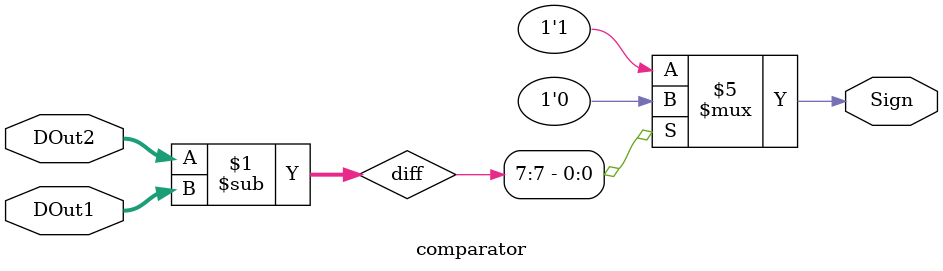
<source format=v>

module comparator(input [7:0]DOut2,input [7:0]DOut1,output reg Sign);

   wire [7:0]diff;
   assign diff=DOut2-DOut1;
    //When the inputs and A or B are changed execute this block
    always @(DOut2 or DOut1)
     begin
        if(diff[7]==0) 
           Sign=1;
        else 
         Sign=0;
    end
endmodule
</source>
